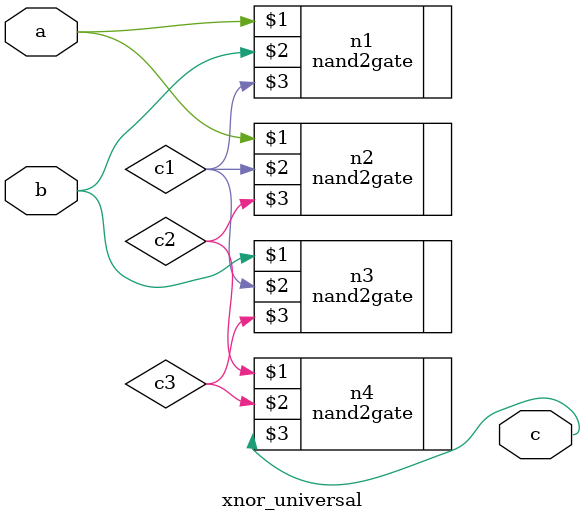
<source format=v>
module xnor_universal(a,b,c);
	input a,b;
	output c;
	wire c1, c2, c3;
	nand2gate n1(a,b,c1), n2(a,c1,c2), n3(b, c1, c3), n4(c2,c3,c);
	endmodule
</source>
